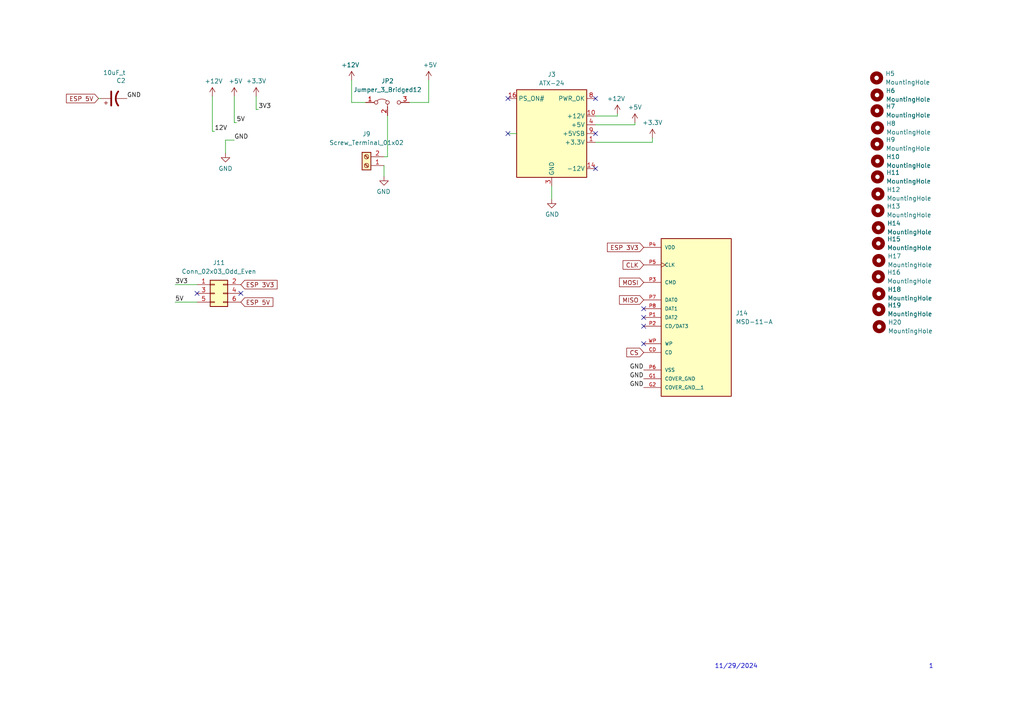
<source format=kicad_sch>
(kicad_sch (version 20230121) (generator eeschema)

  (uuid 935dc73f-24d7-4f4d-a804-a97feff6e9c1)

  (paper "A4")

  (lib_symbols
    (symbol "+5V_1" (power) (pin_names (offset 0)) (in_bom yes) (on_board yes)
      (property "Reference" "#PWR" (at 0 -3.81 0)
        (effects (font (size 1.27 1.27)) hide)
      )
      (property "Value" "+5V_1" (at 0 3.556 0)
        (effects (font (size 1.27 1.27)))
      )
      (property "Footprint" "" (at 0 0 0)
        (effects (font (size 1.27 1.27)) hide)
      )
      (property "Datasheet" "" (at 0 0 0)
        (effects (font (size 1.27 1.27)) hide)
      )
      (property "ki_keywords" "global power" (at 0 0 0)
        (effects (font (size 1.27 1.27)) hide)
      )
      (property "ki_description" "Power symbol creates a global label with name \"+5V\"" (at 0 0 0)
        (effects (font (size 1.27 1.27)) hide)
      )
      (symbol "+5V_1_0_1"
        (polyline
          (pts
            (xy -0.762 1.27)
            (xy 0 2.54)
          )
          (stroke (width 0) (type default))
          (fill (type none))
        )
        (polyline
          (pts
            (xy 0 0)
            (xy 0 2.54)
          )
          (stroke (width 0) (type default))
          (fill (type none))
        )
        (polyline
          (pts
            (xy 0 2.54)
            (xy 0.762 1.27)
          )
          (stroke (width 0) (type default))
          (fill (type none))
        )
      )
      (symbol "+5V_1_1_1"
        (pin power_in line (at 0 0 90) (length 0) hide
          (name "+5V" (effects (font (size 1.27 1.27))))
          (number "1" (effects (font (size 1.27 1.27))))
        )
      )
    )
    (symbol "BREAD_Slice-rescue:10uF_t-OCI_UPL_2_Capacitors" (pin_numbers hide) (pin_names (offset 0.254) hide) (in_bom yes) (on_board yes)
      (property "Reference" "C" (at 0.635 2.54 0)
        (effects (font (size 1.27 1.27)) (justify left))
      )
      (property "Value" "10uF_t-OCI_UPL_2_Capacitors" (at 0.635 -2.54 0)
        (effects (font (size 1.27 1.27)) (justify left))
      )
      (property "Footprint" "OCI_UPL_FOOTPRINTS:C_2312" (at 0 -6.35 0)
        (effects (font (size 0.762 0.762)) hide)
      )
      (property "Datasheet" "https://www.digikey.com/short/qcd8n7" (at 0 5.08 0)
        (effects (font (size 0.762 0.762)) hide)
      )
      (property "Part #" "T491C106K025AT" (at 0 6.35 0)
        (effects (font (size 0.762 0.762)) hide)
      )
      (property "UPL #" "2.021" (at 0 -5.08 0)
        (effects (font (size 0.762 0.762)) hide)
      )
      (property "ki_fp_filters" "SMD*_Pol c_elec* C*elec TantalC* Elko* CP*" (at 0 0 0)
        (effects (font (size 1.27 1.27)) hide)
      )
      (symbol "10uF_t-OCI_UPL_2_Capacitors_0_1"
        (polyline
          (pts
            (xy -2.032 0.762)
            (xy 2.032 0.762)
          )
          (stroke (width 0.508) (type default))
          (fill (type none))
        )
        (polyline
          (pts
            (xy -1.778 2.286)
            (xy -0.762 2.286)
          )
          (stroke (width 0) (type default))
          (fill (type none))
        )
        (polyline
          (pts
            (xy -1.27 1.778)
            (xy -1.27 2.794)
          )
          (stroke (width 0) (type default))
          (fill (type none))
        )
        (arc (start 2.032 -1.27) (mid 0 -0.5572) (end -2.032 -1.27)
          (stroke (width 0.508) (type default))
          (fill (type none))
        )
      )
      (symbol "10uF_t-OCI_UPL_2_Capacitors_1_1"
        (pin passive line (at 0 3.81 270) (length 2.794)
          (name "~" (effects (font (size 1.016 1.016))))
          (number "1" (effects (font (size 1.016 1.016))))
        )
        (pin passive line (at 0 -3.81 90) (length 3.302)
          (name "~" (effects (font (size 1.016 1.016))))
          (number "2" (effects (font (size 1.016 1.016))))
        )
      )
    )
    (symbol "Connector:ATX-24" (in_bom yes) (on_board yes)
      (property "Reference" "J" (at -8.89 13.97 0)
        (effects (font (size 1.27 1.27)))
      )
      (property "Value" "ATX-24" (at 6.35 13.97 0)
        (effects (font (size 1.27 1.27)))
      )
      (property "Footprint" "" (at 0 -2.54 0)
        (effects (font (size 1.27 1.27)) hide)
      )
      (property "Datasheet" "https://www.intel.com/content/dam/www/public/us/en/documents/guides/power-supply-design-guide-june.pdf#page=33" (at 60.96 -13.97 0)
        (effects (font (size 1.27 1.27)) hide)
      )
      (property "ki_keywords" "ATX PSU" (at 0 0 0)
        (effects (font (size 1.27 1.27)) hide)
      )
      (property "ki_description" "ATX Power supply 24pins" (at 0 0 0)
        (effects (font (size 1.27 1.27)) hide)
      )
      (property "ki_fp_filters" "*Mini?Fit*2x12*Vertical* *Mini?Fit*2x12*Horizontal*" (at 0 0 0)
        (effects (font (size 1.27 1.27)) hide)
      )
      (symbol "ATX-24_0_1"
        (rectangle (start -10.16 12.7) (end 10.16 -12.7)
          (stroke (width 0.254) (type default))
          (fill (type background))
        )
      )
      (symbol "ATX-24_1_1"
        (pin power_out line (at 12.7 -2.54 180) (length 2.54)
          (name "+3.3V" (effects (font (size 1.27 1.27))))
          (number "1" (effects (font (size 1.27 1.27))))
        )
        (pin power_out line (at 12.7 5.08 180) (length 2.54)
          (name "+12V" (effects (font (size 1.27 1.27))))
          (number "10" (effects (font (size 1.27 1.27))))
        )
        (pin passive line (at 12.7 5.08 180) (length 2.54) hide
          (name "+12V" (effects (font (size 1.27 1.27))))
          (number "11" (effects (font (size 1.27 1.27))))
        )
        (pin passive line (at 12.7 -2.54 180) (length 2.54) hide
          (name "+3.3V" (effects (font (size 1.27 1.27))))
          (number "12" (effects (font (size 1.27 1.27))))
        )
        (pin passive line (at 12.7 -2.54 180) (length 2.54) hide
          (name "+3.3V" (effects (font (size 1.27 1.27))))
          (number "13" (effects (font (size 1.27 1.27))))
        )
        (pin power_out line (at 12.7 -10.16 180) (length 2.54)
          (name "-12V" (effects (font (size 1.27 1.27))))
          (number "14" (effects (font (size 1.27 1.27))))
        )
        (pin passive line (at 0 -15.24 90) (length 2.54) hide
          (name "GND" (effects (font (size 1.27 1.27))))
          (number "15" (effects (font (size 1.27 1.27))))
        )
        (pin open_collector line (at -12.7 10.16 0) (length 2.54)
          (name "PS_ON#" (effects (font (size 1.27 1.27))))
          (number "16" (effects (font (size 1.27 1.27))))
        )
        (pin passive line (at 0 -15.24 90) (length 2.54) hide
          (name "GND" (effects (font (size 1.27 1.27))))
          (number "17" (effects (font (size 1.27 1.27))))
        )
        (pin passive line (at 0 -15.24 90) (length 2.54) hide
          (name "GND" (effects (font (size 1.27 1.27))))
          (number "18" (effects (font (size 1.27 1.27))))
        )
        (pin passive line (at 0 -15.24 90) (length 2.54) hide
          (name "GND" (effects (font (size 1.27 1.27))))
          (number "19" (effects (font (size 1.27 1.27))))
        )
        (pin passive line (at 12.7 -2.54 180) (length 2.54) hide
          (name "+3.3V" (effects (font (size 1.27 1.27))))
          (number "2" (effects (font (size 1.27 1.27))))
        )
        (pin no_connect line (at -10.16 0 0) (length 2.54) hide
          (name "NC" (effects (font (size 1.27 1.27))))
          (number "20" (effects (font (size 1.27 1.27))))
        )
        (pin passive line (at 12.7 2.54 180) (length 2.54) hide
          (name "+5V" (effects (font (size 1.27 1.27))))
          (number "21" (effects (font (size 1.27 1.27))))
        )
        (pin passive line (at 12.7 2.54 180) (length 2.54) hide
          (name "+5V" (effects (font (size 1.27 1.27))))
          (number "22" (effects (font (size 1.27 1.27))))
        )
        (pin passive line (at 12.7 2.54 180) (length 2.54) hide
          (name "+5V" (effects (font (size 1.27 1.27))))
          (number "23" (effects (font (size 1.27 1.27))))
        )
        (pin passive line (at 0 -15.24 90) (length 2.54) hide
          (name "GND" (effects (font (size 1.27 1.27))))
          (number "24" (effects (font (size 1.27 1.27))))
        )
        (pin power_out line (at 0 -15.24 90) (length 2.54)
          (name "GND" (effects (font (size 1.27 1.27))))
          (number "3" (effects (font (size 1.27 1.27))))
        )
        (pin power_out line (at 12.7 2.54 180) (length 2.54)
          (name "+5V" (effects (font (size 1.27 1.27))))
          (number "4" (effects (font (size 1.27 1.27))))
        )
        (pin passive line (at 0 -15.24 90) (length 2.54) hide
          (name "GND" (effects (font (size 1.27 1.27))))
          (number "5" (effects (font (size 1.27 1.27))))
        )
        (pin passive line (at 12.7 2.54 180) (length 2.54) hide
          (name "+5V" (effects (font (size 1.27 1.27))))
          (number "6" (effects (font (size 1.27 1.27))))
        )
        (pin passive line (at 0 -15.24 90) (length 2.54) hide
          (name "GND" (effects (font (size 1.27 1.27))))
          (number "7" (effects (font (size 1.27 1.27))))
        )
        (pin output line (at 12.7 10.16 180) (length 2.54)
          (name "PWR_OK" (effects (font (size 1.27 1.27))))
          (number "8" (effects (font (size 1.27 1.27))))
        )
        (pin power_out line (at 12.7 0 180) (length 2.54)
          (name "+5VSB" (effects (font (size 1.27 1.27))))
          (number "9" (effects (font (size 1.27 1.27))))
        )
      )
    )
    (symbol "Connector:Screw_Terminal_01x02" (pin_names (offset 1.016) hide) (in_bom yes) (on_board yes)
      (property "Reference" "J" (at 0 2.54 0)
        (effects (font (size 1.27 1.27)))
      )
      (property "Value" "Screw_Terminal_01x02" (at 0 -5.08 0)
        (effects (font (size 1.27 1.27)))
      )
      (property "Footprint" "" (at 0 0 0)
        (effects (font (size 1.27 1.27)) hide)
      )
      (property "Datasheet" "~" (at 0 0 0)
        (effects (font (size 1.27 1.27)) hide)
      )
      (property "ki_keywords" "screw terminal" (at 0 0 0)
        (effects (font (size 1.27 1.27)) hide)
      )
      (property "ki_description" "Generic screw terminal, single row, 01x02, script generated (kicad-library-utils/schlib/autogen/connector/)" (at 0 0 0)
        (effects (font (size 1.27 1.27)) hide)
      )
      (property "ki_fp_filters" "TerminalBlock*:*" (at 0 0 0)
        (effects (font (size 1.27 1.27)) hide)
      )
      (symbol "Screw_Terminal_01x02_1_1"
        (rectangle (start -1.27 1.27) (end 1.27 -3.81)
          (stroke (width 0.254) (type default))
          (fill (type background))
        )
        (circle (center 0 -2.54) (radius 0.635)
          (stroke (width 0.1524) (type default))
          (fill (type none))
        )
        (polyline
          (pts
            (xy -0.5334 -2.2098)
            (xy 0.3302 -3.048)
          )
          (stroke (width 0.1524) (type default))
          (fill (type none))
        )
        (polyline
          (pts
            (xy -0.5334 0.3302)
            (xy 0.3302 -0.508)
          )
          (stroke (width 0.1524) (type default))
          (fill (type none))
        )
        (polyline
          (pts
            (xy -0.3556 -2.032)
            (xy 0.508 -2.8702)
          )
          (stroke (width 0.1524) (type default))
          (fill (type none))
        )
        (polyline
          (pts
            (xy -0.3556 0.508)
            (xy 0.508 -0.3302)
          )
          (stroke (width 0.1524) (type default))
          (fill (type none))
        )
        (circle (center 0 0) (radius 0.635)
          (stroke (width 0.1524) (type default))
          (fill (type none))
        )
        (pin passive line (at -5.08 0 0) (length 3.81)
          (name "Pin_1" (effects (font (size 1.27 1.27))))
          (number "1" (effects (font (size 1.27 1.27))))
        )
        (pin passive line (at -5.08 -2.54 0) (length 3.81)
          (name "Pin_2" (effects (font (size 1.27 1.27))))
          (number "2" (effects (font (size 1.27 1.27))))
        )
      )
    )
    (symbol "Connector_Generic:Conn_02x03_Odd_Even" (pin_names (offset 1.016) hide) (in_bom yes) (on_board yes)
      (property "Reference" "J" (at 1.27 5.08 0)
        (effects (font (size 1.27 1.27)))
      )
      (property "Value" "Conn_02x03_Odd_Even" (at 1.27 -5.08 0)
        (effects (font (size 1.27 1.27)))
      )
      (property "Footprint" "" (at 0 0 0)
        (effects (font (size 1.27 1.27)) hide)
      )
      (property "Datasheet" "~" (at 0 0 0)
        (effects (font (size 1.27 1.27)) hide)
      )
      (property "ki_keywords" "connector" (at 0 0 0)
        (effects (font (size 1.27 1.27)) hide)
      )
      (property "ki_description" "Generic connector, double row, 02x03, odd/even pin numbering scheme (row 1 odd numbers, row 2 even numbers), script generated (kicad-library-utils/schlib/autogen/connector/)" (at 0 0 0)
        (effects (font (size 1.27 1.27)) hide)
      )
      (property "ki_fp_filters" "Connector*:*_2x??_*" (at 0 0 0)
        (effects (font (size 1.27 1.27)) hide)
      )
      (symbol "Conn_02x03_Odd_Even_1_1"
        (rectangle (start -1.27 -2.413) (end 0 -2.667)
          (stroke (width 0.1524) (type default))
          (fill (type none))
        )
        (rectangle (start -1.27 0.127) (end 0 -0.127)
          (stroke (width 0.1524) (type default))
          (fill (type none))
        )
        (rectangle (start -1.27 2.667) (end 0 2.413)
          (stroke (width 0.1524) (type default))
          (fill (type none))
        )
        (rectangle (start -1.27 3.81) (end 3.81 -3.81)
          (stroke (width 0.254) (type default))
          (fill (type background))
        )
        (rectangle (start 3.81 -2.413) (end 2.54 -2.667)
          (stroke (width 0.1524) (type default))
          (fill (type none))
        )
        (rectangle (start 3.81 0.127) (end 2.54 -0.127)
          (stroke (width 0.1524) (type default))
          (fill (type none))
        )
        (rectangle (start 3.81 2.667) (end 2.54 2.413)
          (stroke (width 0.1524) (type default))
          (fill (type none))
        )
        (pin passive line (at -5.08 2.54 0) (length 3.81)
          (name "Pin_1" (effects (font (size 1.27 1.27))))
          (number "1" (effects (font (size 1.27 1.27))))
        )
        (pin passive line (at 7.62 2.54 180) (length 3.81)
          (name "Pin_2" (effects (font (size 1.27 1.27))))
          (number "2" (effects (font (size 1.27 1.27))))
        )
        (pin passive line (at -5.08 0 0) (length 3.81)
          (name "Pin_3" (effects (font (size 1.27 1.27))))
          (number "3" (effects (font (size 1.27 1.27))))
        )
        (pin passive line (at 7.62 0 180) (length 3.81)
          (name "Pin_4" (effects (font (size 1.27 1.27))))
          (number "4" (effects (font (size 1.27 1.27))))
        )
        (pin passive line (at -5.08 -2.54 0) (length 3.81)
          (name "Pin_5" (effects (font (size 1.27 1.27))))
          (number "5" (effects (font (size 1.27 1.27))))
        )
        (pin passive line (at 7.62 -2.54 180) (length 3.81)
          (name "Pin_6" (effects (font (size 1.27 1.27))))
          (number "6" (effects (font (size 1.27 1.27))))
        )
      )
    )
    (symbol "GND_1" (power) (pin_names (offset 0)) (in_bom yes) (on_board yes)
      (property "Reference" "#PWR" (at 0 -6.35 0)
        (effects (font (size 1.27 1.27)) hide)
      )
      (property "Value" "GND_1" (at 0 -3.81 0)
        (effects (font (size 1.27 1.27)))
      )
      (property "Footprint" "" (at 0 0 0)
        (effects (font (size 1.27 1.27)) hide)
      )
      (property "Datasheet" "" (at 0 0 0)
        (effects (font (size 1.27 1.27)) hide)
      )
      (property "ki_keywords" "global power" (at 0 0 0)
        (effects (font (size 1.27 1.27)) hide)
      )
      (property "ki_description" "Power symbol creates a global label with name \"GND\" , ground" (at 0 0 0)
        (effects (font (size 1.27 1.27)) hide)
      )
      (symbol "GND_1_0_1"
        (polyline
          (pts
            (xy 0 0)
            (xy 0 -1.27)
            (xy 1.27 -1.27)
            (xy 0 -2.54)
            (xy -1.27 -1.27)
            (xy 0 -1.27)
          )
          (stroke (width 0) (type default))
          (fill (type none))
        )
      )
      (symbol "GND_1_1_1"
        (pin power_in line (at 0 0 270) (length 0) hide
          (name "GND" (effects (font (size 1.27 1.27))))
          (number "1" (effects (font (size 1.27 1.27))))
        )
      )
    )
    (symbol "Jumper:Jumper_3_Bridged12" (pin_names (offset 0) hide) (in_bom yes) (on_board yes)
      (property "Reference" "JP" (at -2.54 -2.54 0)
        (effects (font (size 1.27 1.27)))
      )
      (property "Value" "Jumper_3_Bridged12" (at 0 2.794 0)
        (effects (font (size 1.27 1.27)))
      )
      (property "Footprint" "" (at 0 0 0)
        (effects (font (size 1.27 1.27)) hide)
      )
      (property "Datasheet" "~" (at 0 0 0)
        (effects (font (size 1.27 1.27)) hide)
      )
      (property "ki_keywords" "Jumper SPDT" (at 0 0 0)
        (effects (font (size 1.27 1.27)) hide)
      )
      (property "ki_description" "Jumper, 3-pole, pins 1+2 closed/bridged" (at 0 0 0)
        (effects (font (size 1.27 1.27)) hide)
      )
      (property "ki_fp_filters" "Jumper* TestPoint*3Pads* TestPoint*Bridge*" (at 0 0 0)
        (effects (font (size 1.27 1.27)) hide)
      )
      (symbol "Jumper_3_Bridged12_0_0"
        (circle (center -3.302 0) (radius 0.508)
          (stroke (width 0) (type default))
          (fill (type none))
        )
        (circle (center 0 0) (radius 0.508)
          (stroke (width 0) (type default))
          (fill (type none))
        )
        (circle (center 3.302 0) (radius 0.508)
          (stroke (width 0) (type default))
          (fill (type none))
        )
      )
      (symbol "Jumper_3_Bridged12_0_1"
        (arc (start -0.254 0.508) (mid -1.651 0.9912) (end -3.048 0.508)
          (stroke (width 0) (type default))
          (fill (type none))
        )
        (polyline
          (pts
            (xy 0 -1.27)
            (xy 0 -0.508)
          )
          (stroke (width 0) (type default))
          (fill (type none))
        )
      )
      (symbol "Jumper_3_Bridged12_1_1"
        (pin passive line (at -6.35 0 0) (length 2.54)
          (name "A" (effects (font (size 1.27 1.27))))
          (number "1" (effects (font (size 1.27 1.27))))
        )
        (pin passive line (at 0 -3.81 90) (length 2.54)
          (name "C" (effects (font (size 1.27 1.27))))
          (number "2" (effects (font (size 1.27 1.27))))
        )
        (pin passive line (at 6.35 0 180) (length 2.54)
          (name "B" (effects (font (size 1.27 1.27))))
          (number "3" (effects (font (size 1.27 1.27))))
        )
      )
    )
    (symbol "MSD-11-A:MSD-11-A" (pin_names (offset 1.016)) (in_bom yes) (on_board yes)
      (property "Reference" "J" (at -10.16 23.622 0)
        (effects (font (size 1.27 1.27)) (justify left bottom))
      )
      (property "Value" "MSD-11-A" (at -10.16 -25.4 0)
        (effects (font (size 1.27 1.27)) (justify left bottom))
      )
      (property "Footprint" "MSD-11-A:CUI_MSD-11-A" (at 0 0 0)
        (effects (font (size 1.27 1.27)) (justify bottom) hide)
      )
      (property "Datasheet" "" (at 0 0 0)
        (effects (font (size 1.27 1.27)) hide)
      )
      (property "PARTREV" "1.02" (at 0 0 0)
        (effects (font (size 1.27 1.27)) (justify bottom) hide)
      )
      (property "STANDARD" "Manufacturer Recommendations" (at 0 0 0)
        (effects (font (size 1.27 1.27)) (justify bottom) hide)
      )
      (property "MAXIMUM_PACKAGE_HEIGHT" "2.05mm" (at 0 0 0)
        (effects (font (size 1.27 1.27)) (justify bottom) hide)
      )
      (property "MANUFACTURER" "CUI Devices" (at 0 0 0)
        (effects (font (size 1.27 1.27)) (justify bottom) hide)
      )
      (symbol "MSD-11-A_0_0"
        (rectangle (start -10.16 -22.86) (end 10.16 22.86)
          (stroke (width 0.254) (type default))
          (fill (type background))
        )
        (pin passive line (at -15.24 -10.16 0) (length 5.08)
          (name "CD" (effects (font (size 1.016 1.016))))
          (number "CD" (effects (font (size 1.016 1.016))))
        )
        (pin power_in line (at -15.24 -17.78 0) (length 5.08)
          (name "COVER_GND" (effects (font (size 1.016 1.016))))
          (number "G1" (effects (font (size 1.016 1.016))))
        )
        (pin power_in line (at -15.24 -20.32 0) (length 5.08)
          (name "COVER_GND__1" (effects (font (size 1.016 1.016))))
          (number "G2" (effects (font (size 1.016 1.016))))
        )
        (pin bidirectional line (at -15.24 0 0) (length 5.08)
          (name "DAT2" (effects (font (size 1.016 1.016))))
          (number "P1" (effects (font (size 1.016 1.016))))
        )
        (pin bidirectional line (at -15.24 -2.54 0) (length 5.08)
          (name "CD/DAT3" (effects (font (size 1.016 1.016))))
          (number "P2" (effects (font (size 1.016 1.016))))
        )
        (pin bidirectional line (at -15.24 10.16 0) (length 5.08)
          (name "CMD" (effects (font (size 1.016 1.016))))
          (number "P3" (effects (font (size 1.016 1.016))))
        )
        (pin power_in line (at -15.24 20.32 0) (length 5.08)
          (name "VDD" (effects (font (size 1.016 1.016))))
          (number "P4" (effects (font (size 1.016 1.016))))
        )
        (pin input clock (at -15.24 15.24 0) (length 5.08)
          (name "CLK" (effects (font (size 1.016 1.016))))
          (number "P5" (effects (font (size 1.016 1.016))))
        )
        (pin power_in line (at -15.24 -15.24 0) (length 5.08)
          (name "VSS" (effects (font (size 1.016 1.016))))
          (number "P6" (effects (font (size 1.016 1.016))))
        )
        (pin bidirectional line (at -15.24 5.08 0) (length 5.08)
          (name "DAT0" (effects (font (size 1.016 1.016))))
          (number "P7" (effects (font (size 1.016 1.016))))
        )
        (pin bidirectional line (at -15.24 2.54 0) (length 5.08)
          (name "DAT1" (effects (font (size 1.016 1.016))))
          (number "P8" (effects (font (size 1.016 1.016))))
        )
        (pin passive line (at -15.24 -7.62 0) (length 5.08)
          (name "WP" (effects (font (size 1.016 1.016))))
          (number "WP" (effects (font (size 1.016 1.016))))
        )
      )
    )
    (symbol "Mechanical:MountingHole" (pin_names (offset 1.016)) (in_bom yes) (on_board yes)
      (property "Reference" "H" (at 0 5.08 0)
        (effects (font (size 1.27 1.27)))
      )
      (property "Value" "MountingHole" (at 0 3.175 0)
        (effects (font (size 1.27 1.27)))
      )
      (property "Footprint" "" (at 0 0 0)
        (effects (font (size 1.27 1.27)) hide)
      )
      (property "Datasheet" "~" (at 0 0 0)
        (effects (font (size 1.27 1.27)) hide)
      )
      (property "ki_keywords" "mounting hole" (at 0 0 0)
        (effects (font (size 1.27 1.27)) hide)
      )
      (property "ki_description" "Mounting Hole without connection" (at 0 0 0)
        (effects (font (size 1.27 1.27)) hide)
      )
      (property "ki_fp_filters" "MountingHole*" (at 0 0 0)
        (effects (font (size 1.27 1.27)) hide)
      )
      (symbol "MountingHole_0_1"
        (circle (center 0 0) (radius 1.27)
          (stroke (width 1.27) (type default))
          (fill (type none))
        )
      )
    )
    (symbol "power:+12V" (power) (pin_names (offset 0)) (in_bom yes) (on_board yes)
      (property "Reference" "#PWR" (at 0 -3.81 0)
        (effects (font (size 1.27 1.27)) hide)
      )
      (property "Value" "+12V" (at 0 3.556 0)
        (effects (font (size 1.27 1.27)))
      )
      (property "Footprint" "" (at 0 0 0)
        (effects (font (size 1.27 1.27)) hide)
      )
      (property "Datasheet" "" (at 0 0 0)
        (effects (font (size 1.27 1.27)) hide)
      )
      (property "ki_keywords" "power-flag" (at 0 0 0)
        (effects (font (size 1.27 1.27)) hide)
      )
      (property "ki_description" "Power symbol creates a global label with name \"+12V\"" (at 0 0 0)
        (effects (font (size 1.27 1.27)) hide)
      )
      (symbol "+12V_0_1"
        (polyline
          (pts
            (xy -0.762 1.27)
            (xy 0 2.54)
          )
          (stroke (width 0) (type default))
          (fill (type none))
        )
        (polyline
          (pts
            (xy 0 0)
            (xy 0 2.54)
          )
          (stroke (width 0) (type default))
          (fill (type none))
        )
        (polyline
          (pts
            (xy 0 2.54)
            (xy 0.762 1.27)
          )
          (stroke (width 0) (type default))
          (fill (type none))
        )
      )
      (symbol "+12V_1_1"
        (pin power_in line (at 0 0 90) (length 0) hide
          (name "+12V" (effects (font (size 1.27 1.27))))
          (number "1" (effects (font (size 1.27 1.27))))
        )
      )
    )
    (symbol "power:+3.3V" (power) (pin_names (offset 0)) (in_bom yes) (on_board yes)
      (property "Reference" "#PWR" (at 0 -3.81 0)
        (effects (font (size 1.27 1.27)) hide)
      )
      (property "Value" "+3.3V" (at 0 3.556 0)
        (effects (font (size 1.27 1.27)))
      )
      (property "Footprint" "" (at 0 0 0)
        (effects (font (size 1.27 1.27)) hide)
      )
      (property "Datasheet" "" (at 0 0 0)
        (effects (font (size 1.27 1.27)) hide)
      )
      (property "ki_keywords" "global power" (at 0 0 0)
        (effects (font (size 1.27 1.27)) hide)
      )
      (property "ki_description" "Power symbol creates a global label with name \"+3.3V\"" (at 0 0 0)
        (effects (font (size 1.27 1.27)) hide)
      )
      (symbol "+3.3V_0_1"
        (polyline
          (pts
            (xy -0.762 1.27)
            (xy 0 2.54)
          )
          (stroke (width 0) (type default))
          (fill (type none))
        )
        (polyline
          (pts
            (xy 0 0)
            (xy 0 2.54)
          )
          (stroke (width 0) (type default))
          (fill (type none))
        )
        (polyline
          (pts
            (xy 0 2.54)
            (xy 0.762 1.27)
          )
          (stroke (width 0) (type default))
          (fill (type none))
        )
      )
      (symbol "+3.3V_1_1"
        (pin power_in line (at 0 0 90) (length 0) hide
          (name "+3.3V" (effects (font (size 1.27 1.27))))
          (number "1" (effects (font (size 1.27 1.27))))
        )
      )
    )
    (symbol "power:+5V" (power) (pin_names (offset 0)) (in_bom yes) (on_board yes)
      (property "Reference" "#PWR" (at 0 -3.81 0)
        (effects (font (size 1.27 1.27)) hide)
      )
      (property "Value" "+5V" (at 0 3.556 0)
        (effects (font (size 1.27 1.27)))
      )
      (property "Footprint" "" (at 0 0 0)
        (effects (font (size 1.27 1.27)) hide)
      )
      (property "Datasheet" "" (at 0 0 0)
        (effects (font (size 1.27 1.27)) hide)
      )
      (property "ki_keywords" "power-flag" (at 0 0 0)
        (effects (font (size 1.27 1.27)) hide)
      )
      (property "ki_description" "Power symbol creates a global label with name \"+5V\"" (at 0 0 0)
        (effects (font (size 1.27 1.27)) hide)
      )
      (symbol "+5V_0_1"
        (polyline
          (pts
            (xy -0.762 1.27)
            (xy 0 2.54)
          )
          (stroke (width 0) (type default))
          (fill (type none))
        )
        (polyline
          (pts
            (xy 0 0)
            (xy 0 2.54)
          )
          (stroke (width 0) (type default))
          (fill (type none))
        )
        (polyline
          (pts
            (xy 0 2.54)
            (xy 0.762 1.27)
          )
          (stroke (width 0) (type default))
          (fill (type none))
        )
      )
      (symbol "+5V_1_1"
        (pin power_in line (at 0 0 90) (length 0) hide
          (name "+5V" (effects (font (size 1.27 1.27))))
          (number "1" (effects (font (size 1.27 1.27))))
        )
      )
    )
    (symbol "power:GND" (power) (pin_names (offset 0)) (in_bom yes) (on_board yes)
      (property "Reference" "#PWR" (at 0 -6.35 0)
        (effects (font (size 1.27 1.27)) hide)
      )
      (property "Value" "GND" (at 0 -3.81 0)
        (effects (font (size 1.27 1.27)))
      )
      (property "Footprint" "" (at 0 0 0)
        (effects (font (size 1.27 1.27)) hide)
      )
      (property "Datasheet" "" (at 0 0 0)
        (effects (font (size 1.27 1.27)) hide)
      )
      (property "ki_keywords" "power-flag" (at 0 0 0)
        (effects (font (size 1.27 1.27)) hide)
      )
      (property "ki_description" "Power symbol creates a global label with name \"GND\" , ground" (at 0 0 0)
        (effects (font (size 1.27 1.27)) hide)
      )
      (symbol "GND_0_1"
        (polyline
          (pts
            (xy 0 0)
            (xy 0 -1.27)
            (xy 1.27 -1.27)
            (xy 0 -2.54)
            (xy -1.27 -1.27)
            (xy 0 -1.27)
          )
          (stroke (width 0) (type default))
          (fill (type none))
        )
      )
      (symbol "GND_1_1"
        (pin power_in line (at 0 0 270) (length 0) hide
          (name "GND" (effects (font (size 1.27 1.27))))
          (number "1" (effects (font (size 1.27 1.27))))
        )
      )
    )
  )


  (no_connect (at 147.32 28.575) (uuid 005d9b3b-bb1e-4c14-85ff-c1bc906cfbc6))
  (no_connect (at 172.72 28.575) (uuid 31d9f602-b6f8-4887-9069-9d2ef5b0d7d2))
  (no_connect (at 186.69 94.615) (uuid 4399e44e-7cd1-4cfd-b150-17e301019c0c))
  (no_connect (at 172.72 48.895) (uuid 6bb82749-1741-43fb-a6fc-79ef1e0281b3))
  (no_connect (at 186.69 89.535) (uuid 877b7bd3-2b06-4529-8c90-1e846fd14050))
  (no_connect (at 147.32 38.735) (uuid 8d77b6dc-1734-48d1-a478-adc7c0546921))
  (no_connect (at 186.69 99.695) (uuid 9092914d-6d72-41ea-aca0-d5b191b96624))
  (no_connect (at 69.85 85.09) (uuid 99d1b6a6-a10b-4d27-b57a-43d06d621b7c))
  (no_connect (at 57.15 85.09) (uuid b02ba880-9445-4d70-8d24-93c372d8f2c1))
  (no_connect (at 186.69 92.075) (uuid dcbcd39f-5360-4915-ab46-125d60f9ac3a))
  (no_connect (at 172.72 38.735) (uuid eda67a42-3383-4c2e-8d22-f64961f3c6d3))

  (wire (pts (xy 172.72 41.275) (xy 189.23 41.275))
    (stroke (width 0) (type default))
    (uuid 11eb8da9-fe7d-4a46-a820-22df664153b6)
  )
  (wire (pts (xy 172.72 36.195) (xy 184.15 36.195))
    (stroke (width 0) (type default))
    (uuid 1236c881-e9fc-4675-9ce7-e9344a3268c8)
  )
  (wire (pts (xy 184.15 36.195) (xy 184.15 35.56))
    (stroke (width 0) (type default))
    (uuid 157dcf82-26aa-454b-b3b6-cf143a2650fd)
  )
  (wire (pts (xy 118.745 29.718) (xy 124.333 29.718))
    (stroke (width 0) (type default))
    (uuid 29e51cd6-efd0-4bb9-bcc9-0eff683db9fa)
  )
  (wire (pts (xy 101.981 29.718) (xy 101.981 23.241))
    (stroke (width 0) (type default))
    (uuid 31c0684e-8757-4072-ad93-0e608052a41a)
  )
  (wire (pts (xy 61.595 27.94) (xy 61.595 38.1))
    (stroke (width 0) (type default))
    (uuid 32a12c3b-4929-499c-9d67-87f18f4d5552)
  )
  (wire (pts (xy 68.58 35.56) (xy 67.945 35.56))
    (stroke (width 0) (type default))
    (uuid 4e668b22-8ff6-490d-86f4-747c49f2a587)
  )
  (wire (pts (xy 111.379 48.006) (xy 111.379 51.181))
    (stroke (width 0) (type default))
    (uuid 635887a1-cffd-4300-87d9-02e597689974)
  )
  (wire (pts (xy 50.8 82.55) (xy 57.15 82.55))
    (stroke (width 0) (type default))
    (uuid 7151da3c-f079-4f9c-9ab3-83b72324e864)
  )
  (wire (pts (xy 149.86 38.735) (xy 147.32 38.735))
    (stroke (width 0) (type default))
    (uuid 7305421e-fd5a-4a6d-990d-0b10d3d09ea8)
  )
  (wire (pts (xy 112.395 33.528) (xy 112.395 45.466))
    (stroke (width 0) (type default))
    (uuid 7972f129-5b58-4acd-8054-929a27376d75)
  )
  (wire (pts (xy 74.295 31.75) (xy 74.295 27.94))
    (stroke (width 0) (type default))
    (uuid 7f663c05-c5ee-4ce2-9b6c-7c4fe39f00a8)
  )
  (wire (pts (xy 112.395 45.466) (xy 111.379 45.466))
    (stroke (width 0) (type default))
    (uuid 811897a6-51c2-4715-9e93-81d6499b14c1)
  )
  (wire (pts (xy 74.93 31.75) (xy 74.295 31.75))
    (stroke (width 0) (type default))
    (uuid 9c462814-54df-43d4-a5c2-5faca5cad73e)
  )
  (wire (pts (xy 179.07 33.655) (xy 179.07 33.02))
    (stroke (width 0) (type default))
    (uuid 9f0abc45-be17-4072-87d3-285a04309779)
  )
  (wire (pts (xy 50.8 87.63) (xy 57.15 87.63))
    (stroke (width 0) (type default))
    (uuid a04b77f5-964f-4661-a90f-237e678cb09a)
  )
  (wire (pts (xy 65.405 40.64) (xy 65.405 44.45))
    (stroke (width 0) (type default))
    (uuid a0b06d58-5fa9-4f97-9176-ce4231ede862)
  )
  (wire (pts (xy 67.945 40.64) (xy 65.405 40.64))
    (stroke (width 0) (type default))
    (uuid aba78d49-0f4c-4879-8d9a-f5556824fe99)
  )
  (wire (pts (xy 124.333 29.718) (xy 124.333 23.241))
    (stroke (width 0) (type default))
    (uuid b39b50e3-2943-43d8-b67a-c73a59ad910b)
  )
  (wire (pts (xy 67.945 35.56) (xy 67.945 27.94))
    (stroke (width 0) (type default))
    (uuid b45aa128-d5c8-4123-966c-29c053ae3bee)
  )
  (wire (pts (xy 160.02 53.975) (xy 160.02 57.785))
    (stroke (width 0) (type default))
    (uuid b54a047f-18ce-4cbc-b79f-73db2e4f6f21)
  )
  (wire (pts (xy 28.575 28.575) (xy 29.21 28.575))
    (stroke (width 0) (type default))
    (uuid b911d898-fccc-416f-85c5-af870affb3dd)
  )
  (wire (pts (xy 172.72 33.655) (xy 179.07 33.655))
    (stroke (width 0) (type default))
    (uuid bae762c5-67ca-42ac-b9ad-d893f7a8a895)
  )
  (wire (pts (xy 106.045 29.718) (xy 101.981 29.718))
    (stroke (width 0) (type default))
    (uuid c3b96dd1-c58b-4f2e-95a3-ffd514815726)
  )
  (wire (pts (xy 189.23 41.275) (xy 189.23 40.005))
    (stroke (width 0) (type default))
    (uuid e9206948-d1c4-4fe9-9ad8-685f049895b0)
  )
  (wire (pts (xy 61.595 38.1) (xy 62.23 38.1))
    (stroke (width 0) (type default))
    (uuid f221695e-b2b5-4858-8e78-7ca07984f964)
  )

  (text "11/29/2024\n" (at 207.264 194.056 0)
    (effects (font (size 1.27 1.27)) (justify left bottom))
    (uuid 083611b2-f118-438a-94be-bd47bd1adfba)
  )
  (text "1" (at 269.367 194.056 0)
    (effects (font (size 1.27 1.27)) (justify left bottom))
    (uuid d2fb28b0-2ff9-4d81-9e55-9539f957b1d9)
  )

  (label "3V3" (at 50.8 82.55 0) (fields_autoplaced)
    (effects (font (size 1.27 1.27)) (justify left bottom))
    (uuid 00f5c4ac-9cb8-4996-b784-af97bab8d518)
  )
  (label "5V" (at 50.8 87.63 0) (fields_autoplaced)
    (effects (font (size 1.27 1.27)) (justify left bottom))
    (uuid 16b2e2a6-8082-4991-a593-578755d91c24)
  )
  (label "GND" (at 186.69 107.315 180) (fields_autoplaced)
    (effects (font (size 1.27 1.27)) (justify right bottom))
    (uuid 29316798-362f-4083-ba8f-57d3fbad5833)
  )
  (label "3V3" (at 74.93 31.75 0) (fields_autoplaced)
    (effects (font (size 1.27 1.27)) (justify left bottom))
    (uuid 41c236aa-1f36-4596-8e9d-e019d1db7bdc)
  )
  (label "5V" (at 68.58 35.56 0) (fields_autoplaced)
    (effects (font (size 1.27 1.27)) (justify left bottom))
    (uuid 567c2465-3680-4ae5-b920-18af8fdcff9f)
  )
  (label "GND" (at 186.69 109.855 180) (fields_autoplaced)
    (effects (font (size 1.27 1.27)) (justify right bottom))
    (uuid 601027ce-4971-49ff-b29d-3e6674ca4c0a)
  )
  (label "GND" (at 36.83 28.575 0) (fields_autoplaced)
    (effects (font (size 1.27 1.27)) (justify left bottom))
    (uuid aa43d1ba-4683-4a28-bd51-2d4cd4ccfb21)
  )
  (label "GND" (at 67.945 40.64 0) (fields_autoplaced)
    (effects (font (size 1.27 1.27)) (justify left bottom))
    (uuid bff3ef88-e7bb-4992-9981-171bdafbf2f6)
  )
  (label "GND" (at 186.69 112.395 180) (fields_autoplaced)
    (effects (font (size 1.27 1.27)) (justify right bottom))
    (uuid e56589a5-f6af-41c1-aecd-890872cb73db)
  )
  (label "12V" (at 62.23 38.1 0) (fields_autoplaced)
    (effects (font (size 1.27 1.27)) (justify left bottom))
    (uuid f6e06522-7dc7-4b4c-8630-b2239717e1cf)
  )

  (global_label "ESP 5V" (shape input) (at 28.575 28.575 180) (fields_autoplaced)
    (effects (font (size 1.27 1.27)) (justify right))
    (uuid 061596e1-00b9-4e1b-8dc9-da9c28498c13)
    (property "Intersheetrefs" "${INTERSHEET_REFS}" (at 18.6956 28.575 0)
      (effects (font (size 1.27 1.27)) (justify right) hide)
    )
  )
  (global_label "ESP 3V3" (shape input) (at 186.69 71.755 180) (fields_autoplaced)
    (effects (font (size 1.27 1.27)) (justify right))
    (uuid 1b04a653-0b04-4152-9648-f3a2f4febe75)
    (property "Intersheetrefs" "${INTERSHEET_REFS}" (at 175.6011 71.755 0)
      (effects (font (size 1.27 1.27)) (justify right) hide)
    )
  )
  (global_label "MISO" (shape input) (at 186.69 86.995 180) (fields_autoplaced)
    (effects (font (size 1.27 1.27)) (justify right))
    (uuid 241027d2-10c0-46c6-ad47-6f1cc0f9a8d4)
    (property "Intersheetrefs" "${INTERSHEET_REFS}" (at 179.1086 86.995 0)
      (effects (font (size 1.27 1.27)) (justify right) hide)
    )
  )
  (global_label "CS" (shape input) (at 186.69 102.235 180) (fields_autoplaced)
    (effects (font (size 1.27 1.27)) (justify right))
    (uuid 3791b7af-786a-4674-a627-7fe5c67446a2)
    (property "Intersheetrefs" "${INTERSHEET_REFS}" (at 181.2253 102.235 0)
      (effects (font (size 1.27 1.27)) (justify right) hide)
    )
  )
  (global_label "MOSI" (shape input) (at 186.69 81.915 180) (fields_autoplaced)
    (effects (font (size 1.27 1.27)) (justify right))
    (uuid 50b5ce3d-4313-4584-ab1d-670c30dfc55b)
    (property "Intersheetrefs" "${INTERSHEET_REFS}" (at 179.1086 81.915 0)
      (effects (font (size 1.27 1.27)) (justify right) hide)
    )
  )
  (global_label "CLK" (shape input) (at 186.69 76.835 180) (fields_autoplaced)
    (effects (font (size 1.27 1.27)) (justify right))
    (uuid 8f50cccb-f736-411f-ba0d-c9ac0e453c2a)
    (property "Intersheetrefs" "${INTERSHEET_REFS}" (at 180.1367 76.835 0)
      (effects (font (size 1.27 1.27)) (justify right) hide)
    )
  )
  (global_label "ESP 5V" (shape input) (at 69.85 87.63 0) (fields_autoplaced)
    (effects (font (size 1.27 1.27)) (justify left))
    (uuid 9b5b5757-d436-4942-8caa-4f8ad770f146)
    (property "Intersheetrefs" "${INTERSHEET_REFS}" (at 79.7294 87.63 0)
      (effects (font (size 1.27 1.27)) (justify left) hide)
    )
  )
  (global_label "ESP 3V3" (shape input) (at 69.85 82.55 0) (fields_autoplaced)
    (effects (font (size 1.27 1.27)) (justify left))
    (uuid eb889146-8cb1-4e39-a196-818058599f86)
    (property "Intersheetrefs" "${INTERSHEET_REFS}" (at 80.9389 82.55 0)
      (effects (font (size 1.27 1.27)) (justify left) hide)
    )
  )

  (symbol (lib_name "+5V_1") (lib_id "power:+5V") (at 184.15 35.56 0) (unit 1)
    (in_bom yes) (on_board yes) (dnp no) (fields_autoplaced)
    (uuid 00b42c0b-c6c3-4393-b7c4-e21b7d1074ea)
    (property "Reference" "#PWR021" (at 184.15 39.37 0)
      (effects (font (size 1.27 1.27)) hide)
    )
    (property "Value" "+5V" (at 184.15 31.115 0)
      (effects (font (size 1.27 1.27)))
    )
    (property "Footprint" "" (at 184.15 35.56 0)
      (effects (font (size 1.27 1.27)) hide)
    )
    (property "Datasheet" "" (at 184.15 35.56 0)
      (effects (font (size 1.27 1.27)) hide)
    )
    (pin "1" (uuid 9945b3e6-0814-4405-9672-28dd81451127))
    (instances
      (project "updated_LOAF"
        (path "/e63e39d7-6ac0-4ffd-8aa3-1841a4541b55"
          (reference "#PWR021") (unit 1)
        )
        (path "/e63e39d7-6ac0-4ffd-8aa3-1841a4541b55/1f3e8fd3-fe1d-4259-b98e-40495079c9cb"
          (reference "#PWR014") (unit 1)
        )
      )
    )
  )

  (symbol (lib_id "Mechanical:MountingHole") (at 254.508 37.084 0) (unit 1)
    (in_bom yes) (on_board yes) (dnp no) (fields_autoplaced)
    (uuid 0b2d838e-5c0f-44a5-88d0-f9625f90f24a)
    (property "Reference" "H8" (at 257.048 35.814 0)
      (effects (font (size 1.27 1.27)) (justify left))
    )
    (property "Value" "MountingHole" (at 257.048 38.354 0)
      (effects (font (size 1.27 1.27)) (justify left))
    )
    (property "Footprint" "MountingHole:MountingHole_3.2mm_M3" (at 254.508 37.084 0)
      (effects (font (size 1.27 1.27)) hide)
    )
    (property "Datasheet" "~" (at 254.508 37.084 0)
      (effects (font (size 1.27 1.27)) hide)
    )
    (instances
      (project "updated_LOAF"
        (path "/e63e39d7-6ac0-4ffd-8aa3-1841a4541b55/1f3e8fd3-fe1d-4259-b98e-40495079c9cb"
          (reference "H8") (unit 1)
        )
      )
    )
  )

  (symbol (lib_id "MSD-11-A:MSD-11-A") (at 201.93 92.075 0) (unit 1)
    (in_bom yes) (on_board yes) (dnp no) (fields_autoplaced)
    (uuid 0b99aff4-eff6-4e46-9b65-04bbeb6c9e80)
    (property "Reference" "J14" (at 213.36 90.805 0)
      (effects (font (size 1.27 1.27)) (justify left))
    )
    (property "Value" "MSD-11-A" (at 213.36 93.345 0)
      (effects (font (size 1.27 1.27)) (justify left))
    )
    (property "Footprint" "LOAF Update:CUI_MSD-11-A" (at 201.93 92.075 0)
      (effects (font (size 1.27 1.27)) (justify bottom) hide)
    )
    (property "Datasheet" "" (at 201.93 92.075 0)
      (effects (font (size 1.27 1.27)) hide)
    )
    (property "PARTREV" "1.02" (at 201.93 92.075 0)
      (effects (font (size 1.27 1.27)) (justify bottom) hide)
    )
    (property "STANDARD" "Manufacturer Recommendations" (at 201.93 92.075 0)
      (effects (font (size 1.27 1.27)) (justify bottom) hide)
    )
    (property "MAXIMUM_PACKAGE_HEIGHT" "2.05mm" (at 201.93 92.075 0)
      (effects (font (size 1.27 1.27)) (justify bottom) hide)
    )
    (property "MANUFACTURER" "CUI Devices" (at 201.93 92.075 0)
      (effects (font (size 1.27 1.27)) (justify bottom) hide)
    )
    (pin "CD" (uuid 0d14887e-f65a-43d9-9b0a-8db0657d7680))
    (pin "G1" (uuid 8c0c315d-59f1-4204-b851-7b9486c4dc3a))
    (pin "G2" (uuid 5296af78-9514-40c3-99e9-a8cbfba11f25))
    (pin "P1" (uuid 81e1269d-480e-4aeb-9923-e9cdd3e3178f))
    (pin "P2" (uuid 37b5e770-b581-4755-b9b5-23a89014d2d1))
    (pin "P3" (uuid f61587dc-b722-4882-8523-984f117cf917))
    (pin "P4" (uuid c194354b-a88b-4f32-8219-8ec4dac38ef0))
    (pin "P5" (uuid a20e254c-3d24-4105-80de-89305052a323))
    (pin "P6" (uuid ad016f5a-0ba9-4538-9885-e13bc45610e4))
    (pin "P7" (uuid dfb22612-aa62-4085-b207-099c7408f083))
    (pin "P8" (uuid d4553f6a-5d14-4b41-9d97-29f90b3ae302))
    (pin "WP" (uuid b5f1b267-5a78-482f-b322-ffc957325d2f))
    (instances
      (project "updated_LOAF"
        (path "/e63e39d7-6ac0-4ffd-8aa3-1841a4541b55/1f3e8fd3-fe1d-4259-b98e-40495079c9cb"
          (reference "J14") (unit 1)
        )
      )
    )
  )

  (symbol (lib_id "power:+12V") (at 179.07 33.02 0) (mirror y) (unit 1)
    (in_bom yes) (on_board yes) (dnp no)
    (uuid 0c728839-9cd5-4df3-9279-1258ec639e57)
    (property "Reference" "#PWR020" (at 179.07 36.83 0)
      (effects (font (size 1.27 1.27)) hide)
    )
    (property "Value" "+12V" (at 178.689 28.6258 0)
      (effects (font (size 1.27 1.27)))
    )
    (property "Footprint" "" (at 179.07 33.02 0)
      (effects (font (size 1.27 1.27)) hide)
    )
    (property "Datasheet" "" (at 179.07 33.02 0)
      (effects (font (size 1.27 1.27)) hide)
    )
    (pin "1" (uuid a5d33057-28cb-4583-afd5-dc609152df24))
    (instances
      (project "updated_LOAF"
        (path "/e63e39d7-6ac0-4ffd-8aa3-1841a4541b55"
          (reference "#PWR020") (unit 1)
        )
        (path "/e63e39d7-6ac0-4ffd-8aa3-1841a4541b55/1f3e8fd3-fe1d-4259-b98e-40495079c9cb"
          (reference "#PWR013") (unit 1)
        )
      )
    )
  )

  (symbol (lib_id "Mechanical:MountingHole") (at 254.381 41.783 0) (unit 1)
    (in_bom yes) (on_board yes) (dnp no) (fields_autoplaced)
    (uuid 0ca42ab5-2854-4c22-9d42-0b1aa7818f97)
    (property "Reference" "H9" (at 256.921 40.513 0)
      (effects (font (size 1.27 1.27)) (justify left))
    )
    (property "Value" "MountingHole" (at 256.921 43.053 0)
      (effects (font (size 1.27 1.27)) (justify left))
    )
    (property "Footprint" "MountingHole:MountingHole_3.2mm_M3" (at 254.381 41.783 0)
      (effects (font (size 1.27 1.27)) hide)
    )
    (property "Datasheet" "~" (at 254.381 41.783 0)
      (effects (font (size 1.27 1.27)) hide)
    )
    (instances
      (project "updated_LOAF"
        (path "/e63e39d7-6ac0-4ffd-8aa3-1841a4541b55/1f3e8fd3-fe1d-4259-b98e-40495079c9cb"
          (reference "H9") (unit 1)
        )
      )
    )
  )

  (symbol (lib_id "Jumper:Jumper_3_Bridged12") (at 112.395 29.718 0) (unit 1)
    (in_bom yes) (on_board yes) (dnp no) (fields_autoplaced)
    (uuid 13c3850a-b5c9-4d20-bc0b-dc6b8f4dc9b4)
    (property "Reference" "JP2" (at 112.395 23.495 0)
      (effects (font (size 1.27 1.27)))
    )
    (property "Value" "Jumper_3_Bridged12" (at 112.395 26.035 0)
      (effects (font (size 1.27 1.27)))
    )
    (property "Footprint" "Connector_PinHeader_2.54mm:PinHeader_1x03_P2.54mm_Vertical" (at 112.395 29.718 0)
      (effects (font (size 1.27 1.27)) hide)
    )
    (property "Datasheet" "~" (at 112.395 29.718 0)
      (effects (font (size 1.27 1.27)) hide)
    )
    (pin "1" (uuid 33a806d8-c94c-40a9-92d5-f1fadf1c7ee6))
    (pin "2" (uuid cd5f3d20-ecab-4f12-bcac-a9b8b393dc92))
    (pin "3" (uuid e73baa8e-d27a-47cb-8bdf-533b00c12b90))
    (instances
      (project "updated_LOAF"
        (path "/e63e39d7-6ac0-4ffd-8aa3-1841a4541b55/1f3e8fd3-fe1d-4259-b98e-40495079c9cb"
          (reference "JP2") (unit 1)
        )
      )
    )
  )

  (symbol (lib_id "Mechanical:MountingHole") (at 254.508 46.736 0) (unit 1)
    (in_bom yes) (on_board yes) (dnp no) (fields_autoplaced)
    (uuid 1638c901-5d25-43e1-a01b-706f0d46bd42)
    (property "Reference" "H10" (at 257.048 45.466 0)
      (effects (font (size 1.27 1.27)) (justify left))
    )
    (property "Value" "MountingHole" (at 257.048 48.006 0)
      (effects (font (size 1.27 1.27)) (justify left))
    )
    (property "Footprint" "MountingHole:MountingHole_3.2mm_M3" (at 254.508 46.736 0)
      (effects (font (size 1.27 1.27)) hide)
    )
    (property "Datasheet" "~" (at 254.508 46.736 0)
      (effects (font (size 1.27 1.27)) hide)
    )
    (instances
      (project "updated_LOAF"
        (path "/e63e39d7-6ac0-4ffd-8aa3-1841a4541b55/1f3e8fd3-fe1d-4259-b98e-40495079c9cb"
          (reference "H10") (unit 1)
        )
      )
    )
  )

  (symbol (lib_id "power:+12V") (at 101.981 23.241 0) (mirror y) (unit 1)
    (in_bom yes) (on_board yes) (dnp no)
    (uuid 1cae323e-8481-4a2f-bc9d-c6106c3c2d8b)
    (property "Reference" "#PWR02" (at 101.981 27.051 0)
      (effects (font (size 1.27 1.27)) hide)
    )
    (property "Value" "+12V" (at 101.6 18.8468 0)
      (effects (font (size 1.27 1.27)))
    )
    (property "Footprint" "" (at 101.981 23.241 0)
      (effects (font (size 1.27 1.27)) hide)
    )
    (property "Datasheet" "" (at 101.981 23.241 0)
      (effects (font (size 1.27 1.27)) hide)
    )
    (pin "1" (uuid b46f2e01-9e1a-4171-85ab-7339badb474c))
    (instances
      (project "updated_LOAF"
        (path "/e63e39d7-6ac0-4ffd-8aa3-1841a4541b55"
          (reference "#PWR02") (unit 1)
        )
        (path "/e63e39d7-6ac0-4ffd-8aa3-1841a4541b55/1f3e8fd3-fe1d-4259-b98e-40495079c9cb"
          (reference "#PWR02") (unit 1)
        )
      )
    )
  )

  (symbol (lib_id "Mechanical:MountingHole") (at 254.635 56.261 0) (unit 1)
    (in_bom yes) (on_board yes) (dnp no) (fields_autoplaced)
    (uuid 271beb19-95fe-45e6-887d-7ab840ba0225)
    (property "Reference" "H12" (at 257.175 54.991 0)
      (effects (font (size 1.27 1.27)) (justify left))
    )
    (property "Value" "MountingHole" (at 257.175 57.531 0)
      (effects (font (size 1.27 1.27)) (justify left))
    )
    (property "Footprint" "MountingHole:MountingHole_3.2mm_M3" (at 254.635 56.261 0)
      (effects (font (size 1.27 1.27)) hide)
    )
    (property "Datasheet" "~" (at 254.635 56.261 0)
      (effects (font (size 1.27 1.27)) hide)
    )
    (instances
      (project "updated_LOAF"
        (path "/e63e39d7-6ac0-4ffd-8aa3-1841a4541b55/1f3e8fd3-fe1d-4259-b98e-40495079c9cb"
          (reference "H12") (unit 1)
        )
      )
    )
  )

  (symbol (lib_id "power:+12V") (at 61.595 27.94 0) (unit 1)
    (in_bom yes) (on_board yes) (dnp no)
    (uuid 27ca9875-5fb2-4a14-8658-b6df95ce0e12)
    (property "Reference" "#PWR028" (at 61.595 31.75 0)
      (effects (font (size 1.27 1.27)) hide)
    )
    (property "Value" "+12V" (at 61.976 23.5458 0)
      (effects (font (size 1.27 1.27)))
    )
    (property "Footprint" "" (at 61.595 27.94 0)
      (effects (font (size 1.27 1.27)) hide)
    )
    (property "Datasheet" "" (at 61.595 27.94 0)
      (effects (font (size 1.27 1.27)) hide)
    )
    (pin "1" (uuid 485f9e38-2f2d-418e-95b1-471090cd56a3))
    (instances
      (project "updated_LOAF"
        (path "/e63e39d7-6ac0-4ffd-8aa3-1841a4541b55"
          (reference "#PWR028") (unit 1)
        )
        (path "/e63e39d7-6ac0-4ffd-8aa3-1841a4541b55/1f3e8fd3-fe1d-4259-b98e-40495079c9cb"
          (reference "#PWR07") (unit 1)
        )
      )
    )
  )

  (symbol (lib_id "Connector:Screw_Terminal_01x02") (at 106.299 48.006 180) (unit 1)
    (in_bom yes) (on_board yes) (dnp no) (fields_autoplaced)
    (uuid 2ac83e6c-dca9-4c2e-9ee5-895e0b1075e1)
    (property "Reference" "J9" (at 106.299 38.862 0)
      (effects (font (size 1.27 1.27)))
    )
    (property "Value" "Screw_Terminal_01x02" (at 106.299 41.402 0)
      (effects (font (size 1.27 1.27)))
    )
    (property "Footprint" "TerminalBlock_Phoenix:TerminalBlock_Phoenix_MKDS-1,5-2_1x02_P5.00mm_Horizontal" (at 106.299 48.006 0)
      (effects (font (size 1.27 1.27)) hide)
    )
    (property "Datasheet" "~" (at 106.299 48.006 0)
      (effects (font (size 1.27 1.27)) hide)
    )
    (pin "1" (uuid 92328863-22ea-4b6a-9c05-bdfa40f80d4c))
    (pin "2" (uuid f7b3f5b8-26ac-4738-b965-22588300d109))
    (instances
      (project "updated_LOAF"
        (path "/e63e39d7-6ac0-4ffd-8aa3-1841a4541b55"
          (reference "J9") (unit 1)
        )
        (path "/e63e39d7-6ac0-4ffd-8aa3-1841a4541b55/1f3e8fd3-fe1d-4259-b98e-40495079c9cb"
          (reference "J9") (unit 1)
        )
      )
    )
  )

  (symbol (lib_name "GND_1") (lib_id "power:GND") (at 65.405 44.45 0) (unit 1)
    (in_bom yes) (on_board yes) (dnp no) (fields_autoplaced)
    (uuid 434eb080-c71f-48dd-b5bc-e0b232330aa9)
    (property "Reference" "#PWR030" (at 65.405 50.8 0)
      (effects (font (size 1.27 1.27)) hide)
    )
    (property "Value" "GND" (at 65.405 48.895 0)
      (effects (font (size 1.27 1.27)))
    )
    (property "Footprint" "" (at 65.405 44.45 0)
      (effects (font (size 1.27 1.27)) hide)
    )
    (property "Datasheet" "" (at 65.405 44.45 0)
      (effects (font (size 1.27 1.27)) hide)
    )
    (pin "1" (uuid 7d7c2037-f730-4fcd-89ee-f7e507e50466))
    (instances
      (project "updated_LOAF"
        (path "/e63e39d7-6ac0-4ffd-8aa3-1841a4541b55"
          (reference "#PWR030") (unit 1)
        )
        (path "/e63e39d7-6ac0-4ffd-8aa3-1841a4541b55/1f3e8fd3-fe1d-4259-b98e-40495079c9cb"
          (reference "#PWR08") (unit 1)
        )
      )
    )
  )

  (symbol (lib_id "power:GND") (at 160.02 57.785 0) (unit 1)
    (in_bom yes) (on_board yes) (dnp no)
    (uuid 485c952c-33e7-427e-89f8-a47e0c767ff7)
    (property "Reference" "#PWR019" (at 160.02 64.135 0)
      (effects (font (size 1.27 1.27)) hide)
    )
    (property "Value" "GND" (at 160.147 62.1792 0)
      (effects (font (size 1.27 1.27)))
    )
    (property "Footprint" "" (at 160.02 57.785 0)
      (effects (font (size 1.27 1.27)) hide)
    )
    (property "Datasheet" "" (at 160.02 57.785 0)
      (effects (font (size 1.27 1.27)) hide)
    )
    (pin "1" (uuid b83929cc-5660-4a42-9fb6-caa9995e11a2))
    (instances
      (project "updated_LOAF"
        (path "/e63e39d7-6ac0-4ffd-8aa3-1841a4541b55"
          (reference "#PWR019") (unit 1)
        )
        (path "/e63e39d7-6ac0-4ffd-8aa3-1841a4541b55/1f3e8fd3-fe1d-4259-b98e-40495079c9cb"
          (reference "#PWR012") (unit 1)
        )
      )
    )
  )

  (symbol (lib_id "Connector_Generic:Conn_02x03_Odd_Even") (at 62.23 85.09 0) (unit 1)
    (in_bom yes) (on_board yes) (dnp no) (fields_autoplaced)
    (uuid 5e3f97f9-5b9b-47dd-a76a-26e5a00b5873)
    (property "Reference" "J11" (at 63.5 76.2 0)
      (effects (font (size 1.27 1.27)))
    )
    (property "Value" "Conn_02x03_Odd_Even" (at 63.5 78.74 0)
      (effects (font (size 1.27 1.27)))
    )
    (property "Footprint" "Connector_PinHeader_2.54mm:PinHeader_2x03_P2.54mm_Vertical" (at 62.23 85.09 0)
      (effects (font (size 1.27 1.27)) hide)
    )
    (property "Datasheet" "~" (at 62.23 85.09 0)
      (effects (font (size 1.27 1.27)) hide)
    )
    (pin "1" (uuid 2430aeb9-6e8e-417f-a91f-08520efa036d))
    (pin "2" (uuid b71b877a-dced-4c38-8098-7b26d0f2b3b0))
    (pin "3" (uuid 52d9e173-7878-489f-b414-12a711ce37cf))
    (pin "4" (uuid b05434d1-0cdd-4973-964d-ab30470f0c60))
    (pin "5" (uuid ff06f05b-858c-4216-b3fe-6442f4b8e888))
    (pin "6" (uuid 5dc20bf5-eca1-4f89-9cea-668e909773fc))
    (instances
      (project "updated_LOAF"
        (path "/e63e39d7-6ac0-4ffd-8aa3-1841a4541b55/1f3e8fd3-fe1d-4259-b98e-40495079c9cb"
          (reference "J11") (unit 1)
        )
      )
    )
  )

  (symbol (lib_id "Mechanical:MountingHole") (at 254.254 22.606 0) (unit 1)
    (in_bom yes) (on_board yes) (dnp no) (fields_autoplaced)
    (uuid 67dd2ab8-8183-486c-9119-a56df6862776)
    (property "Reference" "H5" (at 256.794 21.336 0)
      (effects (font (size 1.27 1.27)) (justify left))
    )
    (property "Value" "MountingHole" (at 256.794 23.876 0)
      (effects (font (size 1.27 1.27)) (justify left))
    )
    (property "Footprint" "MountingHole:MountingHole_3.2mm_M3" (at 254.254 22.606 0)
      (effects (font (size 1.27 1.27)) hide)
    )
    (property "Datasheet" "~" (at 254.254 22.606 0)
      (effects (font (size 1.27 1.27)) hide)
    )
    (instances
      (project "updated_LOAF"
        (path "/e63e39d7-6ac0-4ffd-8aa3-1841a4541b55/1f3e8fd3-fe1d-4259-b98e-40495079c9cb"
          (reference "H5") (unit 1)
        )
      )
    )
  )

  (symbol (lib_id "Mechanical:MountingHole") (at 254.381 27.559 0) (unit 1)
    (in_bom yes) (on_board yes) (dnp no) (fields_autoplaced)
    (uuid 75022847-5918-4cde-8221-770693ef840a)
    (property "Reference" "H6" (at 256.921 26.289 0)
      (effects (font (size 1.27 1.27)) (justify left))
    )
    (property "Value" "MountingHole" (at 256.921 28.829 0)
      (effects (font (size 1.27 1.27)) (justify left))
    )
    (property "Footprint" "MountingHole:MountingHole_3.2mm_M3" (at 254.381 27.559 0)
      (effects (font (size 1.27 1.27)) hide)
    )
    (property "Datasheet" "~" (at 254.381 27.559 0)
      (effects (font (size 1.27 1.27)) hide)
    )
    (instances
      (project "updated_LOAF"
        (path "/e63e39d7-6ac0-4ffd-8aa3-1841a4541b55/1f3e8fd3-fe1d-4259-b98e-40495079c9cb"
          (reference "H6") (unit 1)
        )
      )
    )
  )

  (symbol (lib_id "Mechanical:MountingHole") (at 254.635 61.087 0) (unit 1)
    (in_bom yes) (on_board yes) (dnp no) (fields_autoplaced)
    (uuid 75b00efa-6c11-482f-808d-26c587975766)
    (property "Reference" "H13" (at 257.175 59.817 0)
      (effects (font (size 1.27 1.27)) (justify left))
    )
    (property "Value" "MountingHole" (at 257.175 62.357 0)
      (effects (font (size 1.27 1.27)) (justify left))
    )
    (property "Footprint" "MountingHole:MountingHole_3.2mm_M3" (at 254.635 61.087 0)
      (effects (font (size 1.27 1.27)) hide)
    )
    (property "Datasheet" "~" (at 254.635 61.087 0)
      (effects (font (size 1.27 1.27)) hide)
    )
    (instances
      (project "updated_LOAF"
        (path "/e63e39d7-6ac0-4ffd-8aa3-1841a4541b55/1f3e8fd3-fe1d-4259-b98e-40495079c9cb"
          (reference "H13") (unit 1)
        )
      )
    )
  )

  (symbol (lib_id "Mechanical:MountingHole") (at 254.508 51.308 0) (unit 1)
    (in_bom yes) (on_board yes) (dnp no) (fields_autoplaced)
    (uuid 838fa4b2-687a-4d19-ae6a-bce2650bacec)
    (property "Reference" "H11" (at 257.048 50.038 0)
      (effects (font (size 1.27 1.27)) (justify left))
    )
    (property "Value" "MountingHole" (at 257.048 52.578 0)
      (effects (font (size 1.27 1.27)) (justify left))
    )
    (property "Footprint" "MountingHole:MountingHole_3.2mm_M3" (at 254.508 51.308 0)
      (effects (font (size 1.27 1.27)) hide)
    )
    (property "Datasheet" "~" (at 254.508 51.308 0)
      (effects (font (size 1.27 1.27)) hide)
    )
    (instances
      (project "updated_LOAF"
        (path "/e63e39d7-6ac0-4ffd-8aa3-1841a4541b55/1f3e8fd3-fe1d-4259-b98e-40495079c9cb"
          (reference "H11") (unit 1)
        )
      )
    )
  )

  (symbol (lib_id "Mechanical:MountingHole") (at 254.762 66.04 0) (unit 1)
    (in_bom yes) (on_board yes) (dnp no) (fields_autoplaced)
    (uuid 87580b09-33ac-4bcd-9881-36ce755492d1)
    (property "Reference" "H14" (at 257.302 64.77 0)
      (effects (font (size 1.27 1.27)) (justify left))
    )
    (property "Value" "MountingHole" (at 257.302 67.31 0)
      (effects (font (size 1.27 1.27)) (justify left))
    )
    (property "Footprint" "MountingHole:MountingHole_3.2mm_M3" (at 254.762 66.04 0)
      (effects (font (size 1.27 1.27)) hide)
    )
    (property "Datasheet" "~" (at 254.762 66.04 0)
      (effects (font (size 1.27 1.27)) hide)
    )
    (instances
      (project "updated_LOAF"
        (path "/e63e39d7-6ac0-4ffd-8aa3-1841a4541b55/1f3e8fd3-fe1d-4259-b98e-40495079c9cb"
          (reference "H14") (unit 1)
        )
      )
    )
  )

  (symbol (lib_id "power:+5V") (at 124.333 23.241 0) (unit 1)
    (in_bom yes) (on_board yes) (dnp no)
    (uuid 90669b01-895f-4285-b98c-74f1d7685458)
    (property "Reference" "#PWR031" (at 124.333 27.051 0)
      (effects (font (size 1.27 1.27)) hide)
    )
    (property "Value" "+5V" (at 124.714 18.8468 0)
      (effects (font (size 1.27 1.27)))
    )
    (property "Footprint" "" (at 124.333 23.241 0)
      (effects (font (size 1.27 1.27)) hide)
    )
    (property "Datasheet" "" (at 124.333 23.241 0)
      (effects (font (size 1.27 1.27)) hide)
    )
    (pin "1" (uuid bccb41a9-8603-4f89-bb5e-c60203184077))
    (instances
      (project "updated_LOAF"
        (path "/e63e39d7-6ac0-4ffd-8aa3-1841a4541b55"
          (reference "#PWR031") (unit 1)
        )
        (path "/e63e39d7-6ac0-4ffd-8aa3-1841a4541b55/1f3e8fd3-fe1d-4259-b98e-40495079c9cb"
          (reference "#PWR023") (unit 1)
        )
      )
    )
  )

  (symbol (lib_id "BREAD_Slice-rescue:10uF_t-OCI_UPL_2_Capacitors") (at 33.02 28.575 90) (unit 1)
    (in_bom yes) (on_board yes) (dnp no)
    (uuid 92f6f8f0-e4b9-4f65-865b-94c8bf42a4ef)
    (property "Reference" "C2" (at 36.449 23.3934 90)
      (effects (font (size 1.27 1.27)) (justify left))
    )
    (property "Value" "10uF_t" (at 36.449 21.082 90)
      (effects (font (size 1.27 1.27)) (justify left))
    )
    (property "Footprint" "Capacitor_SMD:C_1206_3216Metric_Pad1.33x1.80mm_HandSolder" (at 39.37 28.575 0)
      (effects (font (size 0.762 0.762)) hide)
    )
    (property "Datasheet" "https://www.digikey.com/short/qcd8n7" (at 27.94 28.575 0)
      (effects (font (size 0.762 0.762)) hide)
    )
    (property "Part #" "T491C106K025AT" (at 26.67 28.575 0)
      (effects (font (size 0.762 0.762)) hide)
    )
    (property "UPL #" "2.021" (at 38.1 28.575 0)
      (effects (font (size 0.762 0.762)) hide)
    )
    (pin "1" (uuid 23ba0082-6723-46f1-95fa-7bca45920f24))
    (pin "2" (uuid 8f4df3b0-bff3-49b6-91c1-77023ae63bc7))
    (instances
      (project "updated_LOAF"
        (path "/e63e39d7-6ac0-4ffd-8aa3-1841a4541b55"
          (reference "C2") (unit 1)
        )
        (path "/e63e39d7-6ac0-4ffd-8aa3-1841a4541b55/1f3e8fd3-fe1d-4259-b98e-40495079c9cb"
          (reference "C2") (unit 1)
        )
      )
    )
  )

  (symbol (lib_id "Mechanical:MountingHole") (at 254.889 75.565 0) (unit 1)
    (in_bom yes) (on_board yes) (dnp no) (fields_autoplaced)
    (uuid 93f04c1a-f23d-4d2f-b653-8646b2c87675)
    (property "Reference" "H17" (at 257.429 74.295 0)
      (effects (font (size 1.27 1.27)) (justify left))
    )
    (property "Value" "MountingHole" (at 257.429 76.835 0)
      (effects (font (size 1.27 1.27)) (justify left))
    )
    (property "Footprint" "MountingHole:MountingHole_3.2mm_M3" (at 254.889 75.565 0)
      (effects (font (size 1.27 1.27)) hide)
    )
    (property "Datasheet" "~" (at 254.889 75.565 0)
      (effects (font (size 1.27 1.27)) hide)
    )
    (instances
      (project "updated_LOAF"
        (path "/e63e39d7-6ac0-4ffd-8aa3-1841a4541b55/1f3e8fd3-fe1d-4259-b98e-40495079c9cb"
          (reference "H17") (unit 1)
        )
      )
    )
  )

  (symbol (lib_id "Connector:ATX-24") (at 160.02 38.735 0) (unit 1)
    (in_bom yes) (on_board yes) (dnp no) (fields_autoplaced)
    (uuid 978c713a-3085-4990-a0f6-4d41457decba)
    (property "Reference" "J3" (at 160.02 21.59 0)
      (effects (font (size 1.27 1.27)))
    )
    (property "Value" "ATX-24" (at 160.02 24.13 0)
      (effects (font (size 1.27 1.27)))
    )
    (property "Footprint" "Connector_Molex:Molex_Mini-Fit_Jr_5566-24A_2x12_P4.20mm_Vertical" (at 160.02 41.275 0)
      (effects (font (size 1.27 1.27)) hide)
    )
    (property "Datasheet" "https://www.intel.com/content/dam/www/public/us/en/documents/guides/power-supply-design-guide-june.pdf#page=33" (at 220.98 52.705 0)
      (effects (font (size 1.27 1.27)) hide)
    )
    (pin "1" (uuid b93c950d-b9f8-4ebd-b0ac-1d37ae4e6f6a))
    (pin "10" (uuid b8736b5d-61fa-441c-8836-e6a384a1a264))
    (pin "11" (uuid 8fea23f4-ce69-4595-bb38-9b110527e49b))
    (pin "12" (uuid 1fcaa44d-c182-4028-8cf1-7c48107dcbdf))
    (pin "13" (uuid db0eacfb-18fb-458d-8ba3-35c24c0d9f93))
    (pin "14" (uuid c58bc71a-fa4f-4405-9049-24fd890711e3))
    (pin "15" (uuid 347e4c52-2c57-4fc3-8a2d-c0639ff6b745))
    (pin "16" (uuid 6bb7b0b0-2153-46b4-a142-6f7269e20814))
    (pin "17" (uuid b58bae71-2eaa-4b54-bcf6-1f4b861dcb9f))
    (pin "18" (uuid 1b1da944-c7d0-4557-8621-240ad78f9253))
    (pin "19" (uuid 19bc9376-dd5d-4348-8c32-fb2ce75c3534))
    (pin "2" (uuid deb12a47-03b1-4b32-b069-5083cedb2d75))
    (pin "20" (uuid 653eea3b-9444-49a6-a8d5-5e12c6e93df1))
    (pin "21" (uuid b68c9409-cdbf-4aad-8c92-9e12113ce75d))
    (pin "22" (uuid 23bc8fee-f06e-462e-86e6-79e1bd4fc9fc))
    (pin "23" (uuid 2f1ec1b6-20ea-434b-ab41-500ff51edb90))
    (pin "24" (uuid 4384fe3e-fd56-4271-8d66-65e23a654cc3))
    (pin "3" (uuid 3b544f9e-b659-4705-8f9f-6fabb60aa2e5))
    (pin "4" (uuid 5cbb0410-9c58-4251-a173-29c467adaebc))
    (pin "5" (uuid f7ab01a6-0e32-46e2-968d-47817a33333c))
    (pin "6" (uuid 3120e5e6-880e-4a95-85cb-003955ef4234))
    (pin "7" (uuid 4e9118b5-5da1-44db-925a-dcee516108a3))
    (pin "8" (uuid bbd995a5-ff6c-4c35-bc91-499db1871d66))
    (pin "9" (uuid 83d76d3d-9c9f-498a-9790-09c410cc0dbb))
    (instances
      (project "updated_LOAF"
        (path "/e63e39d7-6ac0-4ffd-8aa3-1841a4541b55"
          (reference "J3") (unit 1)
        )
        (path "/e63e39d7-6ac0-4ffd-8aa3-1841a4541b55/1f3e8fd3-fe1d-4259-b98e-40495079c9cb"
          (reference "J3") (unit 1)
        )
      )
    )
  )

  (symbol (lib_id "power:+3.3V") (at 74.295 27.94 0) (unit 1)
    (in_bom yes) (on_board yes) (dnp no) (fields_autoplaced)
    (uuid 984085cb-233e-4e5b-bc8c-0196e0319845)
    (property "Reference" "#PWR029" (at 74.295 31.75 0)
      (effects (font (size 1.27 1.27)) hide)
    )
    (property "Value" "+3.3V" (at 74.295 23.495 0)
      (effects (font (size 1.27 1.27)))
    )
    (property "Footprint" "" (at 74.295 27.94 0)
      (effects (font (size 1.27 1.27)) hide)
    )
    (property "Datasheet" "" (at 74.295 27.94 0)
      (effects (font (size 1.27 1.27)) hide)
    )
    (pin "1" (uuid 6816e594-89e7-40fa-b534-13a66707c561))
    (instances
      (project "updated_LOAF"
        (path "/e63e39d7-6ac0-4ffd-8aa3-1841a4541b55"
          (reference "#PWR029") (unit 1)
        )
        (path "/e63e39d7-6ac0-4ffd-8aa3-1841a4541b55/1f3e8fd3-fe1d-4259-b98e-40495079c9cb"
          (reference "#PWR010") (unit 1)
        )
      )
    )
  )

  (symbol (lib_id "Mechanical:MountingHole") (at 254.381 32.131 0) (unit 1)
    (in_bom yes) (on_board yes) (dnp no) (fields_autoplaced)
    (uuid a18bc243-178f-47ad-9257-995fba97bdba)
    (property "Reference" "H7" (at 256.921 30.861 0)
      (effects (font (size 1.27 1.27)) (justify left))
    )
    (property "Value" "MountingHole" (at 256.921 33.401 0)
      (effects (font (size 1.27 1.27)) (justify left))
    )
    (property "Footprint" "MountingHole:MountingHole_3.2mm_M3" (at 254.381 32.131 0)
      (effects (font (size 1.27 1.27)) hide)
    )
    (property "Datasheet" "~" (at 254.381 32.131 0)
      (effects (font (size 1.27 1.27)) hide)
    )
    (instances
      (project "updated_LOAF"
        (path "/e63e39d7-6ac0-4ffd-8aa3-1841a4541b55/1f3e8fd3-fe1d-4259-b98e-40495079c9cb"
          (reference "H7") (unit 1)
        )
      )
    )
  )

  (symbol (lib_id "power:+3.3V") (at 189.23 40.005 0) (unit 1)
    (in_bom yes) (on_board yes) (dnp no) (fields_autoplaced)
    (uuid ab582ee1-ba06-483a-bf07-1478953d1deb)
    (property "Reference" "#PWR022" (at 189.23 43.815 0)
      (effects (font (size 1.27 1.27)) hide)
    )
    (property "Value" "+3.3V" (at 189.23 35.56 0)
      (effects (font (size 1.27 1.27)))
    )
    (property "Footprint" "" (at 189.23 40.005 0)
      (effects (font (size 1.27 1.27)) hide)
    )
    (property "Datasheet" "" (at 189.23 40.005 0)
      (effects (font (size 1.27 1.27)) hide)
    )
    (pin "1" (uuid 2f034e74-72d7-443b-b4c1-7f985c369202))
    (instances
      (project "updated_LOAF"
        (path "/e63e39d7-6ac0-4ffd-8aa3-1841a4541b55"
          (reference "#PWR022") (unit 1)
        )
        (path "/e63e39d7-6ac0-4ffd-8aa3-1841a4541b55/1f3e8fd3-fe1d-4259-b98e-40495079c9cb"
          (reference "#PWR015") (unit 1)
        )
      )
    )
  )

  (symbol (lib_id "power:GND") (at 111.379 51.181 0) (mirror y) (unit 1)
    (in_bom yes) (on_board yes) (dnp no)
    (uuid af4625fa-f6a4-4ec4-b4c8-530404c37152)
    (property "Reference" "#PWR026" (at 111.379 57.531 0)
      (effects (font (size 1.27 1.27)) hide)
    )
    (property "Value" "GND" (at 111.252 55.5752 0)
      (effects (font (size 1.27 1.27)))
    )
    (property "Footprint" "" (at 111.379 51.181 0)
      (effects (font (size 1.27 1.27)) hide)
    )
    (property "Datasheet" "" (at 111.379 51.181 0)
      (effects (font (size 1.27 1.27)) hide)
    )
    (pin "1" (uuid 4708f582-3f11-4625-8b0d-4c935d1953d7))
    (instances
      (project "updated_LOAF"
        (path "/e63e39d7-6ac0-4ffd-8aa3-1841a4541b55"
          (reference "#PWR026") (unit 1)
        )
        (path "/e63e39d7-6ac0-4ffd-8aa3-1841a4541b55/1f3e8fd3-fe1d-4259-b98e-40495079c9cb"
          (reference "#PWR011") (unit 1)
        )
      )
    )
  )

  (symbol (lib_id "Mechanical:MountingHole") (at 255.016 94.742 0) (unit 1)
    (in_bom yes) (on_board yes) (dnp no) (fields_autoplaced)
    (uuid b26e5af5-4459-43a3-bb6e-365339d49c1a)
    (property "Reference" "H20" (at 257.556 93.472 0)
      (effects (font (size 1.27 1.27)) (justify left))
    )
    (property "Value" "MountingHole" (at 257.556 96.012 0)
      (effects (font (size 1.27 1.27)) (justify left))
    )
    (property "Footprint" "MountingHole:MountingHole_3.2mm_M3" (at 255.016 94.742 0)
      (effects (font (size 1.27 1.27)) hide)
    )
    (property "Datasheet" "~" (at 255.016 94.742 0)
      (effects (font (size 1.27 1.27)) hide)
    )
    (instances
      (project "updated_LOAF"
        (path "/e63e39d7-6ac0-4ffd-8aa3-1841a4541b55/1f3e8fd3-fe1d-4259-b98e-40495079c9cb"
          (reference "H20") (unit 1)
        )
      )
    )
  )

  (symbol (lib_id "Mechanical:MountingHole") (at 254.889 89.789 0) (unit 1)
    (in_bom yes) (on_board yes) (dnp no) (fields_autoplaced)
    (uuid bbe5a757-0a4e-44e3-b8d7-a4f8951af7de)
    (property "Reference" "H19" (at 257.429 88.519 0)
      (effects (font (size 1.27 1.27)) (justify left))
    )
    (property "Value" "MountingHole" (at 257.429 91.059 0)
      (effects (font (size 1.27 1.27)) (justify left))
    )
    (property "Footprint" "MountingHole:MountingHole_3.2mm_M3" (at 254.889 89.789 0)
      (effects (font (size 1.27 1.27)) hide)
    )
    (property "Datasheet" "~" (at 254.889 89.789 0)
      (effects (font (size 1.27 1.27)) hide)
    )
    (instances
      (project "updated_LOAF"
        (path "/e63e39d7-6ac0-4ffd-8aa3-1841a4541b55/1f3e8fd3-fe1d-4259-b98e-40495079c9cb"
          (reference "H19") (unit 1)
        )
      )
    )
  )

  (symbol (lib_id "Mechanical:MountingHole") (at 254.762 80.264 0) (unit 1)
    (in_bom yes) (on_board yes) (dnp no) (fields_autoplaced)
    (uuid d01e72ae-0e70-403e-aca6-aafef6e4320e)
    (property "Reference" "H16" (at 257.302 78.994 0)
      (effects (font (size 1.27 1.27)) (justify left))
    )
    (property "Value" "MountingHole" (at 257.302 81.534 0)
      (effects (font (size 1.27 1.27)) (justify left))
    )
    (property "Footprint" "MountingHole:MountingHole_3.2mm_M3" (at 254.762 80.264 0)
      (effects (font (size 1.27 1.27)) hide)
    )
    (property "Datasheet" "~" (at 254.762 80.264 0)
      (effects (font (size 1.27 1.27)) hide)
    )
    (instances
      (project "updated_LOAF"
        (path "/e63e39d7-6ac0-4ffd-8aa3-1841a4541b55/1f3e8fd3-fe1d-4259-b98e-40495079c9cb"
          (reference "H16") (unit 1)
        )
      )
    )
  )

  (symbol (lib_id "Mechanical:MountingHole") (at 254.889 85.217 0) (unit 1)
    (in_bom yes) (on_board yes) (dnp no) (fields_autoplaced)
    (uuid dd0d6cd6-ed2d-4905-9f7b-94776672184e)
    (property "Reference" "H18" (at 257.429 83.947 0)
      (effects (font (size 1.27 1.27)) (justify left))
    )
    (property "Value" "MountingHole" (at 257.429 86.487 0)
      (effects (font (size 1.27 1.27)) (justify left))
    )
    (property "Footprint" "MountingHole:MountingHole_3.2mm_M3" (at 254.889 85.217 0)
      (effects (font (size 1.27 1.27)) hide)
    )
    (property "Datasheet" "~" (at 254.889 85.217 0)
      (effects (font (size 1.27 1.27)) hide)
    )
    (instances
      (project "updated_LOAF"
        (path "/e63e39d7-6ac0-4ffd-8aa3-1841a4541b55/1f3e8fd3-fe1d-4259-b98e-40495079c9cb"
          (reference "H18") (unit 1)
        )
      )
    )
  )

  (symbol (lib_id "power:+5V") (at 67.945 27.94 0) (unit 1)
    (in_bom yes) (on_board yes) (dnp no)
    (uuid ed02f505-4ea4-41ca-a731-2c8171925d0e)
    (property "Reference" "#PWR031" (at 67.945 31.75 0)
      (effects (font (size 1.27 1.27)) hide)
    )
    (property "Value" "+5V" (at 68.326 23.5458 0)
      (effects (font (size 1.27 1.27)))
    )
    (property "Footprint" "" (at 67.945 27.94 0)
      (effects (font (size 1.27 1.27)) hide)
    )
    (property "Datasheet" "" (at 67.945 27.94 0)
      (effects (font (size 1.27 1.27)) hide)
    )
    (pin "1" (uuid 60c11ee0-53e8-4786-be86-1e5326e89da3))
    (instances
      (project "updated_LOAF"
        (path "/e63e39d7-6ac0-4ffd-8aa3-1841a4541b55"
          (reference "#PWR031") (unit 1)
        )
        (path "/e63e39d7-6ac0-4ffd-8aa3-1841a4541b55/1f3e8fd3-fe1d-4259-b98e-40495079c9cb"
          (reference "#PWR09") (unit 1)
        )
      )
    )
  )

  (symbol (lib_id "Mechanical:MountingHole") (at 254.762 70.612 0) (unit 1)
    (in_bom yes) (on_board yes) (dnp no) (fields_autoplaced)
    (uuid ef12bd3e-f14b-4f91-926a-5695878f1a62)
    (property "Reference" "H15" (at 257.302 69.342 0)
      (effects (font (size 1.27 1.27)) (justify left))
    )
    (property "Value" "MountingHole" (at 257.302 71.882 0)
      (effects (font (size 1.27 1.27)) (justify left))
    )
    (property "Footprint" "MountingHole:MountingHole_3.2mm_M3" (at 254.762 70.612 0)
      (effects (font (size 1.27 1.27)) hide)
    )
    (property "Datasheet" "~" (at 254.762 70.612 0)
      (effects (font (size 1.27 1.27)) hide)
    )
    (instances
      (project "updated_LOAF"
        (path "/e63e39d7-6ac0-4ffd-8aa3-1841a4541b55/1f3e8fd3-fe1d-4259-b98e-40495079c9cb"
          (reference "H15") (unit 1)
        )
      )
    )
  )
)

</source>
